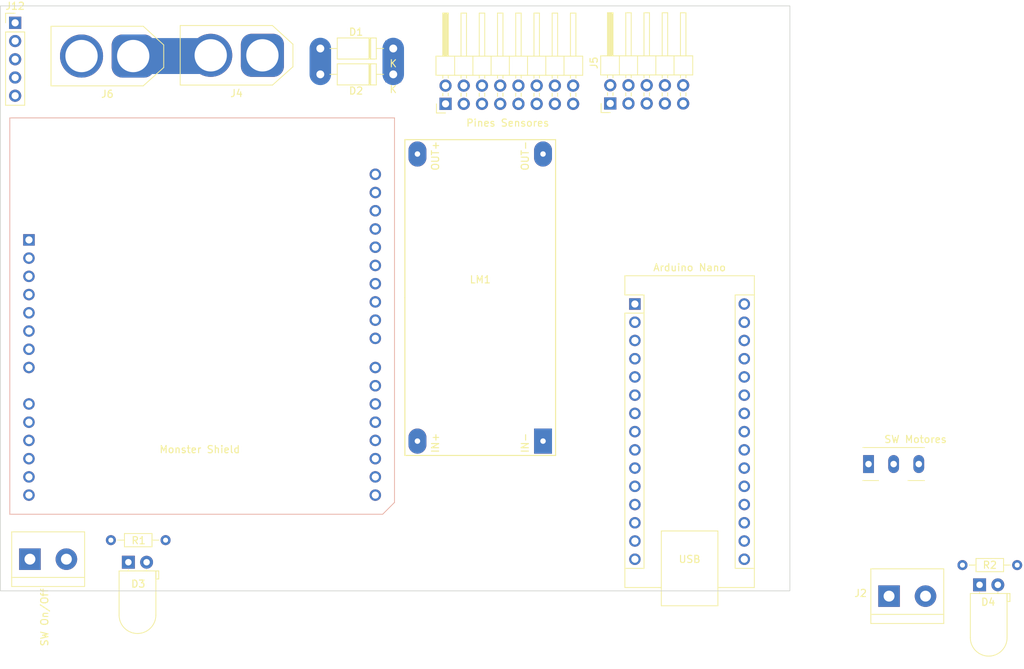
<source format=kicad_pcb>
(kicad_pcb (version 20240108) (generator "pcbnew") (generator_version "8.0")
  (layers (0 "F.Cu" signal) (31 "B.Cu" signal) (34 "B.Paste" user) (35 "F.Paste" user) (36 "B.SilkS" user "B.Silkscreen") (37 "F.SilkS" user "F.Silkscreen") (38 "B.Mask" user) (39 "F.Mask" user) (44 "Edge.Cuts" user))
  (net 0 "")
  (net 1 "AIN2 MONSTER SHIELD")
  (net 3 "ECHO 1")
  (net 5 "ECHO 3")
  (net 9 "ECHO 2")
  (net 10 "GND")
  (net 11 "TRIG 2")
  (net 12 "VIN")
  (net 13 "AIN1 MONSTER SHIELD")
  (net 14 "TRIG 3")
  (net 15 "BIN 2 MONSTER SHIELD")
  (net 16 "TRIG 1")
  (net 17 "BIN 1 MONSTER SHIELD")
  (net 18 "+5V")
  (net 19 "PWM A MONSTER SHIELD")
  (net 20 "PWM B MONSTER SHIELD")
  (net 21 "LED3")
  (net 25 "LED1")
  (net 32 "BTN2")
  (net 33 "LED2")
  (net 36 "BTN1")
  (net 40 "LED4")
  (net 48 "CNY 2")
  (net 50 "Net-(J2-Pin_2)")
  (net 51 "CNY 1")
  (net 52 "Net-(D1-K)")
  (net 53 "MOTORES")
  (net 56 "TRIG 4")
  (net 57 "ECHO 5")
  (net 58 "CNY 3")
  (net 59 "ECHO 4")
  (net 60 "TRIG 5")
  (net 61 "Net-(D3-A)")
  (net 62 "Net-(D4-A)")
  (net 63 "PI+")
  (net 64 "Net-(J4-Pin_2)")
  (footprint "TerminalBlock:TerminalBlock_bornier-2_P5.08mm" (layer "F.Cu") (at 137.91 95.25)
    (property "Reference" "J2" (at -3.96 -0.4 0) (layer "F.SilkS"))
    (property "Value" "Power Monster")
    (fp_line (start -2.54 -3.81) (end -2.54 3.81) (stroke (width 0.12)) (layer "F.SilkS"))
    (fp_line (start -2.54 3.81) (end 7.62 3.81) (stroke (width 0.12)) (layer "F.SilkS"))
    (fp_line (start 7.62 -3.81) (end -2.54 -3.81) (stroke (width 0.12)) (layer "F.SilkS"))
    (fp_line (start 7.62 2.54) (end -2.54 2.54) (stroke (width 0.12)) (layer "F.SilkS"))
    (fp_line (start 7.62 3.81) (end 7.62 -3.81) (stroke (width 0.12)) (layer "F.SilkS"))
    (pad "1" thru_hole rect (at 0 0) (size 3 3) (drill 1.52) (layers "*.Cu" "*.Mask") (net 10 "GND"))
    (pad "2" thru_hole circle (at 5.08 0) (size 3 3) (drill 1.52) (layers "*.Cu" "*.Mask") (net 50 "Net-(J2-Pin_2)"))
  )
  (footprint "LED_THT:LED_D5.0mm_Horizontal_O1.27mm_Z3.0mm" (layer "F.Cu") (at 150.525 93.675)
    (property "Reference" "D4" (at 1.2 2.4 0) (layer "F.SilkS"))
    (property "Value" "LED")
    (fp_line (start -1.29 1.21) (end -1.29 7.37) (stroke (width 0.12)) (layer "F.SilkS"))
    (fp_line (start -1.29 1.21) (end 3.83 1.21) (stroke (width 0.12)) (layer "F.SilkS"))
    (fp_line (start 0 1.08) (end 0 1.08) (stroke (width 0.12)) (layer "F.SilkS"))
    (fp_line (start 0 1.08) (end 0 1.21) (stroke (width 0.12)) (layer "F.SilkS"))
    (fp_line (start 0 1.21) (end 0 1.08) (stroke (width 0.12)) (layer "F.SilkS"))
    (fp_line (start 0 1.21) (end 0 1.21) (stroke (width 0.12)) (layer "F.SilkS"))
    (fp_line (start 2.54 1.08) (end 2.54 1.08) (stroke (width 0.12)) (layer "F.SilkS"))
    (fp_line (start 2.54 1.08) (end 2.54 1.21) (stroke (width 0.12)) (layer "F.SilkS"))
    (fp_line (start 2.54 1.21) (end 2.54 1.08) (stroke (width 0.12)) (layer "F.SilkS"))
    (fp_line (start 2.54 1.21) (end 2.54 1.21) (stroke (width 0.12)) (layer "F.SilkS"))
    (fp_line (start 3.83 1.21) (end 3.83 7.37) (stroke (width 0.12)) (layer "F.SilkS"))
    (fp_line (start 3.83 1.21) (end 4.23 1.21) (stroke (width 0.12)) (layer "F.SilkS"))
    (fp_line (start 3.83 2.33) (end 3.83 1.21) (stroke (width 0.12)) (layer "F.SilkS"))
    (fp_line (start 4.23 1.21) (end 4.23 2.33) (stroke (width 0.12)) (layer "F.SilkS"))
    (fp_line (start 4.23 2.33) (end 3.83 2.33) (stroke (width 0.12)) (layer "F.SilkS"))
    (fp_arc (start 3.83 7.37) (mid 1.27 9.93) (end -1.29 7.37) (stroke (width 0.12)) (layer "F.SilkS"))
    (pad "1" thru_hole rect (at 0 0) (size 1.8 1.8) (drill 0.9) (layers "*.Cu" "*.Mask") (net 10 "GND"))
    (pad "2" thru_hole circle (at 2.54 0) (size 1.8 1.8) (drill 0.9) (layers "*.Cu" "*.Mask") (net 62 "Net-(D4-A)"))
  )
  (footprint "Module:Arduino_Nano" (layer "F.Cu") (at 102.5 54.55)
    (property "Reference" "Arduino Nano" (at 7.62 -5.08 0) (layer "F.SilkS"))
    (property "Value" "Arduino_Nano_v3.x")
    (fp_line (start -1.4 -3.94) (end -1.4 -1.27) (stroke (width 0.12)) (layer "F.SilkS"))
    (fp_line (start -1.4 1.27) (end -1.4 39.5) (stroke (width 0.12)) (layer "F.SilkS"))
    (fp_line (start -1.4 39.5) (end 3.68 39.5) (stroke (width 0.12)) (layer "F.SilkS"))
    (fp_line (start 1.27 -1.27) (end -1.4 -1.27) (stroke (width 0.12)) (layer "F.SilkS"))
    (fp_line (start 1.27 1.27) (end -1.4 1.27) (stroke (width 0.12)) (layer "F.SilkS"))
    (fp_line (start 1.27 1.27) (end 1.27 -1.27) (stroke (width 0.12)) (layer "F.SilkS"))
    (fp_line (start 1.27 1.27) (end 1.27 36.83) (stroke (width 0.12)) (layer "F.SilkS"))
    (fp_line (start 1.27 36.83) (end -1.4 36.83) (stroke (width 0.12)) (layer "F.SilkS"))
    (fp_line (start 3.68 31.62) (end 11.56 31.62) (stroke (width 0.12)) (layer "F.SilkS"))
    (fp_line (start 3.68 42.04) (end 3.68 31.62) (stroke (width 0.12)) (layer "F.SilkS"))
    (fp_line (start 11.56 31.62) (end 11.56 42.04) (stroke (width 0.12)) (layer "F.SilkS"))
    (fp_line (start 11.56 42.04) (end 3.68 42.04) (stroke (width 0.12)) (layer "F.SilkS"))
    (fp_line (start 13.97 -1.27) (end 13.97 36.83) (stroke (width 0.12)) (layer "F.SilkS"))
    (fp_line (start 13.97 -1.27) (end 16.64 -1.27) (stroke (width 0.12)) (layer "F.SilkS"))
    (fp_line (start 13.97 36.83) (end 16.64 36.83) (stroke (width 0.12)) (layer "F.SilkS"))
    (fp_line (start 16.64 -3.94) (end -1.4 -3.94) (stroke (width 0.12)) (layer "F.SilkS"))
    (fp_line (start 16.64 39.5) (end 11.56 39.5) (stroke (width 0.12)) (layer "F.SilkS"))
    (fp_line (start 16.64 39.5) (end 16.64 -3.94) (stroke (width 0.12)) (layer "F.SilkS"))
    (fp_text user "USB" (at 7.62 35.56 0) (layer "F.SilkS"))
    (pad "1" thru_hole rect (at 0 0) (size 1.6 1.6) (drill 1) (layers "*.Cu" "*.Mask"))
    (pad "2" thru_hole oval (at 0 2.54) (size 1.6 1.6) (drill 1) (layers "*.Cu" "*.Mask"))
    (pad "3" thru_hole oval (at 0 5.08) (size 1.6 1.6) (drill 1) (layers "*.Cu" "*.Mask"))
    (pad "4" thru_hole oval (at 0 7.62) (size 1.6 1.6) (drill 1) (layers "*.Cu" "*.Mask") (net 10 "GND"))
    (pad "5" thru_hole oval (at 0 10.16) (size 1.6 1.6) (drill 1) (layers "*.Cu" "*.Mask") (net 15 "BIN 2 MONSTER SHIELD"))
    (pad "6" thru_hole oval (at 0 12.7) (size 1.6 1.6) (drill 1) (layers "*.Cu" "*.Mask") (net 1 "AIN2 MONSTER SHIELD"))
    (pad "7" thru_hole oval (at 0 15.24) (size 1.6 1.6) (drill 1) (layers "*.Cu" "*.Mask") (net 13 "AIN1 MONSTER SHIELD"))
    (pad "8" thru_hole oval (at 0 17.78) (size 1.6 1.6) (drill 1) (layers "*.Cu" "*.Mask") (net 20 "PWM B MONSTER SHIELD"))
    (pad "9" thru_hole oval (at 0 20.32) (size 1.6 1.6) (drill 1) (layers "*.Cu" "*.Mask") (net 19 "PWM A MONSTER SHIELD"))
    (pad "10" thru_hole oval (at 0 22.86) (size 1.6 1.6) (drill 1) (layers "*.Cu" "*.Mask") (net 17 "BIN 1 MONSTER SHIELD"))
    (pad "11" thru_hole oval (at 0 25.4) (size 1.6 1.6) (drill 1) (layers "*.Cu" "*.Mask") (net 11 "TRIG 2"))
    (pad "12" thru_hole oval (at 0 27.94) (size 1.6 1.6) (drill 1) (layers "*.Cu" "*.Mask") (net 9 "ECHO 2"))
    (pad "13" thru_hole oval (at 0 30.48) (size 1.6 1.6) (drill 1) (layers "*.Cu" "*.Mask") (net 16 "TRIG 1"))
    (pad "14" thru_hole oval (at 0 33.02) (size 1.6 1.6) (drill 1) (layers "*.Cu" "*.Mask") (net 3 "ECHO 1"))
    (pad "15" thru_hole oval (at 0 35.56) (size 1.6 1.6) (drill 1) (layers "*.Cu" "*.Mask") (net 5 "ECHO 3"))
    (pad "16" thru_hole oval (at 15.24 35.56) (size 1.6 1.6) (drill 1) (layers "*.Cu" "*.Mask") (net 14 "TRIG 3"))
    (pad "17" thru_hole oval (at 15.24 33.02) (size 1.6 1.6) (drill 1) (layers "*.Cu" "*.Mask"))
    (pad "18" thru_hole oval (at 15.24 30.48) (size 1.6 1.6) (drill 1) (layers "*.Cu" "*.Mask"))
    (pad "19" thru_hole oval (at 15.24 27.94) (size 1.6 1.6) (drill 1) (layers "*.Cu" "*.Mask") (net 51 "CNY 1"))
    (pad "20" thru_hole oval (at 15.24 25.4) (size 1.6 1.6) (drill 1) (layers "*.Cu" "*.Mask") (net 48 "CNY 2"))
    (pad "21" thru_hole oval (at 15.24 22.86) (size 1.6 1.6) (drill 1) (layers "*.Cu" "*.Mask") (net 33 "LED2"))
    (pad "22" thru_hole oval (at 15.24 20.32) (size 1.6 1.6) (drill 1) (layers "*.Cu" "*.Mask") (net 21 "LED3"))
    (pad "23" thru_hole oval (at 15.24 17.78) (size 1.6 1.6) (drill 1) (layers "*.Cu" "*.Mask") (net 40 "LED4"))
    (pad "24" thru_hole oval (at 15.24 15.24) (size 1.6 1.6) (drill 1) (layers "*.Cu" "*.Mask") (net 25 "LED1"))
    (pad "25" thru_hole oval (at 15.24 12.7) (size 1.6 1.6) (drill 1) (layers "*.Cu" "*.Mask") (net 36 "BTN1"))
    (pad "26" thru_hole oval (at 15.24 10.16) (size 1.6 1.6) (drill 1) (layers "*.Cu" "*.Mask") (net 32 "BTN2"))
    (pad "27" thru_hole oval (at 15.24 7.62) (size 1.6 1.6) (drill 1) (layers "*.Cu" "*.Mask") (net 18 "+5V"))
    (pad "28" thru_hole oval (at 15.24 5.08) (size 1.6 1.6) (drill 1) (layers "*.Cu" "*.Mask"))
    (pad "29" thru_hole oval (at 15.24 2.54) (size 1.6 1.6) (drill 1) (layers "*.Cu" "*.Mask") (net 10 "GND"))
    (pad "30" thru_hole oval (at 15.24 0) (size 1.6 1.6) (drill 1) (layers "*.Cu" "*.Mask") (net 12 "VIN"))
  )
  (footprint "Connector_PinHeader_2.54mm:PinHeader_2x08_P2.54mm_Horizontal" (layer "F.Cu") (at 76.115 26.66 90)
    (property "Reference" "Pines Sensores" (at -2.66 8.66 0) (layer "F.SilkS"))
    (property "Value" "Conexion Sensores")
    (fp_line (start 6.64 -1.33) (end 3.98 -1.33) (stroke (width 0.12)) (layer "F.SilkS"))
    (fp_line (start 3.98 -1.33) (end 3.98 19.11) (stroke (width 0.12)) (layer "F.SilkS"))
    (fp_line (start -1.27 -1.27) (end 0 -1.27) (stroke (width 0.12)) (layer "F.SilkS"))
    (fp_line (start 12.64 -0.38) (end 12.64 0.38) (stroke (width 0.12)) (layer "F.SilkS"))
    (fp_line (start 6.64 -0.38) (end 12.64 -0.38) (stroke (width 0.12)) (layer "F.SilkS"))
    (fp_line (start 3.582929 -0.38) (end 3.98 -0.38) (stroke (width 0.12)) (layer "F.SilkS"))
    (fp_line (start 1.11 -0.38) (end 1.497071 -0.38) (stroke (width 0.12)) (layer "F.SilkS"))
    (fp_line (start 6.64 -0.32) (end 12.64 -0.32) (stroke (width 0.12)) (layer "F.SilkS"))
    (fp_line (start 6.64 -0.2) (end 12.64 -0.2) (stroke (width 0.12)) (layer "F.SilkS"))
    (fp_line (start 6.64 -0.08) (end 12.64 -0.08) (stroke (width 0.12)) (layer "F.SilkS"))
    (fp_line (start -1.27 0) (end -1.27 -1.27) (stroke (width 0.12)) (layer "F.SilkS"))
    (fp_line (start 6.64 0.04) (end 12.64 0.04) (stroke (width 0.12)) (layer "F.SilkS"))
    (fp_line (start 6.64 0.16) (end 12.64 0.16) (stroke (width 0.12)) (layer "F.SilkS"))
    (fp_line (start 6.64 0.28) (end 12.64 0.28) (stroke (width 0.12)) (layer "F.SilkS"))
    (fp_line (start 12.64 0.38) (end 6.64 0.38) (stroke (width 0.12)) (layer "F.SilkS"))
    (fp_line (start 3.582929 0.38) (end 3.98 0.38) (stroke (width 0.12)) (layer "F.SilkS"))
    (fp_line (start 1.11 0.38) (end 1.497071 0.38) (stroke (width 0.12)) (layer "F.SilkS"))
    (fp_line (start 3.98 1.27) (end 6.64 1.27) (stroke (width 0.12)) (layer "F.SilkS"))
    (fp_line (start 12.64 2.16) (end 12.64 2.92) (stroke (width 0.12)) (layer "F.SilkS"))
    (fp_line (start 6.64 2.16) (end 12.64 2.16) (stroke (width 0.12)) (layer "F.SilkS"))
    (fp_line (start 3.582929 2.16) (end 3.98 2.16) (stroke (width 0.12)) (layer "F.SilkS"))
    (fp_line (start 1.042929 2.16) (end 1.497071 2.16) (stroke (width 0.12)) (layer "F.SilkS"))
    (fp_line (start 12.64 2.92) (end 6.64 2.92) (stroke (width 0.12)) (layer "F.SilkS"))
    (fp_line (start 3.582929 2.92) (end 3.98 2.92) (stroke (width 0.12)) (layer "F.SilkS"))
    (fp_line (start 1.042929 2.92) (end 1.497071 2.92) (stroke (width 0.12)) (layer "F.SilkS"))
    (fp_line (start 3.98 3.81) (end 6.64 3.81) (stroke (width 0.12)) (layer "F.SilkS"))
    (fp_line (start 12.64 4.7) (end 12.64 5.46) (stroke (width 0.12)) (layer "F.SilkS"))
    (fp_line (start 6.64 4.7) (end 12.64 4.7) (stroke (width 0.12)) (layer "F.SilkS"))
    (fp_line (start 3.582929 4.7) (end 3.98 4.7) (stroke (width 0.12)) (layer "F.SilkS"))
    (fp_line (start 1.042929 4.7) (end 1.497071 4.7) (stroke (width 0.12)) (layer "F.SilkS"))
    (fp_line (start 12.64 5.46) (end 6.64 5.46) (stroke (width 0.12)) (layer "F.SilkS"))
    (fp_line (start 3.582929 5.46) (end 3.98 5.46) (stroke (width 0.12)) (layer "F.SilkS"))
    (fp_line (start 1.042929 5.46) (end 1.497071 5.46) (stroke (width 0.12)) (layer "F.SilkS"))
    (fp_line (start 3.98 6.35) (end 6.64 6.35) (stroke (width 0.12)) (layer "F.SilkS"))
    (fp_line (start 12.64 7.24) (end 12.64 8) (stroke (width 0.12)) (layer "F.SilkS"))
    (fp_line (start 6.64 7.24) (end 12.64 7.24) (stroke (width 0.12)) (layer "F.SilkS"))
    (fp_line (start 3.582929 7.24) (end 3.98 7.24) (stroke (width 0.12)) (layer "F.SilkS"))
    (fp_line (start 1.042929 7.24) (end 1.497071 7.24) (stroke (width 0.12)) (layer "F.SilkS"))
    (fp_line (start 12.64 8) (end 6.64 8) (stroke (width 0.12)) (layer "F.SilkS"))
    (fp_line (start 3.582929 8) (end 3.98 8) (stroke (width 0.12)) (layer "F.SilkS"))
    (fp_line (start 1.042929 8) (end 1.497071 8) (stroke (width 0.12)) (layer "F.SilkS"))
    (fp_line (start 3.98 8.89) (end 6.64 8.89) (stroke (width 0.12)) (layer "F.SilkS"))
    (fp_line (start 12.64 9.78) (end 12.64 10.54) (stroke (width 0.12)) (layer "F.SilkS"))
    (fp_line (start 6.64 9.78) (end 12.64 9.78) (stroke (width 0.12)) (layer "F.SilkS"))
    (fp_line (start 3.582929 9.78) (end 3.98 9.78) (stroke (width 0.12)) (layer "F.SilkS"))
    (fp_line (start 1.042929 9.78) (end 1.497071 9.78) (stroke (width 0.12)) (layer "F.SilkS"))
    (fp_line (start 12.64 10.54) (end 6.64 10.54) (stroke (width 0.12)) (layer "F.SilkS"))
    (fp_line (start 3.582929 10.54) (end 3.98 10.54) (stroke (width 0.12)) (layer "F.SilkS"))
    (fp_line (start 1.042929 10.54) (end 1.497071 10.54) (stroke (width 0.12)) (layer "F.SilkS"))
    (fp_line (start 3.98 11.43) (end 6.64 11.43) (stroke (width 0.12)) (layer "F.SilkS"))
    (fp_line (start 12.64 12.32) (end 12.64 13.08) (stroke (width 0.12)) (layer "F.SilkS"))
    (fp_line (start 6.64 12.32) (end 12.64 12.32) (stroke (width 0.12)) (layer "F.SilkS"))
    (fp_line (start 3.582929 12.32) (end 3.98 12.32) (stroke (width 0.12)) (layer "F.SilkS"))
    (fp_line (start 1.042929 12.32) (end 1.497071 12.32) (stroke (width 0.12)) (layer "F.SilkS"))
    (fp_line (start 12.64 13.08) (end 6.64 13.08) (stroke (width 0.12)) (layer "F.SilkS"))
    (fp_line (start 3.582929 13.08) (end 3.98 13.08) (stroke (width 0.12)) (layer "F.SilkS"))
    (fp_line (start 1.042929 13.08) (end 1.497071 13.08) (stroke (width 0.12)) (layer "F.SilkS"))
    (fp_line (start 3.98 13.97) (end 6.64 13.97) (stroke (width 0.12)) (layer "F.SilkS"))
    (fp_line (start 12.64 14.86) (end 12.64 15.62) (stroke (width 0.12)) (layer "F.SilkS"))
    (fp_line (start 6.64 14.86) (end 12.64 14.86) (stroke (width 0.12)) (layer "F.SilkS"))
    (fp_line (start 3.582929 14.86) (end 3.98 14.86) (stroke (width 0.12)) (layer "F.SilkS"))
    (fp_line (start 1.042929 14.86) (end 1.497071 14.86) (stroke (width 0.12)) (layer "F.SilkS"))
    (fp_line (start 12.64 15.62) (end 6.64 15.62) (stroke (width 0.12)) (layer "F.SilkS"))
    (fp_line (start 3.582929 15.62) (end 3.98 15.62) (stroke (width 0.12)) (layer "F.SilkS"))
    (fp_line (start 1.042929 15.62) (end 1.497071 15.62) (stroke (width 0.12)) (layer "F.SilkS"))
    (fp_line (start 3.98 16.51) (end 6.64 16.51) (stroke (width 0.12)) (layer "F.SilkS"))
    (fp_line (start 12.64 17.4) (end 12.64 18.16) (stroke (width 0.12)) (layer "F.SilkS"))
    (fp_line (start 6.64 17.4) (end 12.64 17.4) (stroke (width 0.12)) (layer "F.SilkS"))
    (fp_line (start 3.582929 17.4) (end 3.98 17.4) (stroke (width 0.12)) (layer "F.SilkS"))
    (fp_line (start 1.042929 17.4) (end 1.497071 17.4) (stroke (width 0.12)) (layer "F.SilkS"))
    (fp_line (start 12.64 18.16) (end 6.64 18.16) (stroke (width 0.12)) (layer "F.SilkS"))
    (fp_line (start 3.582929 18.16) (end 3.98 18.16) (stroke (width 0.12)) (layer "F.SilkS"))
    (fp_line (start 1.042929 18.16) (end 1.497071 18.16) (stroke (width 0.12)) (layer "F.SilkS"))
    (fp_line (start 6.64 19.11) (end 6.64 -1.33) (stroke (width 0.12)) (layer "F.SilkS"))
    (fp_line (start 3.98 19.11) (end 6.64 19.11) (stroke (width 0.12)) (layer "F.SilkS"))
    (pad "1" thru_hole rect (at 0 0 90) (size 1.7 1.7) (drill 1) (layers "*.Cu" "*.Mask") (net 11 "TRIG 2"))
    (pad "2" thru_hole oval (at 2.54 0 90) (size 1.7 1.7) (drill 1) (layers "*.Cu" "*.Mask") (net 5 "ECHO 3"))
    (pad "3" thru_hole oval (at 0 2.54 90) (size 1.7 1.7) (drill 1) (layers "*.Cu" "*.Mask") (net 9 "ECHO 2"))
    (pad "4" thru_hole oval (at 2.54 2.54 90) (size 1.7 1.7) (drill 1) (layers "*.Cu" "*.Mask") (net 14 "TRIG 3"))
    (pad "5" thru_hole oval (at 0 5.08 90) (size 1.7 1.7) (drill 1) (layers "*.Cu" "*.Mask") (net 16 "TRIG 1"))
    (pad "6" thru_hole oval (at 2.54 5.08 90) (size 1.7 1.7) (drill 1) (layers "*.Cu" "*.Mask"))
    (pad "7" thru_hole oval (at 0 7.62 90) (size 1.7 1.7) (drill 1) (layers "*.Cu" "*.Mask") (net 3 "ECHO 1"))
    (pad "8" thru_hole oval (at 2.54 7.62 90) (size 1.7 1.7) (drill 1) (layers "*.Cu" "*.Mask") (net 59 "ECHO 4"))
    (pad "9" thru_hole oval (at 0 10.16 90) (size 1.7 1.7) (drill 1) (layers "*.Cu" "*.Mask") (net 51 "CNY 1"))
    (pad "10" thru_hole oval (at 2.54 10.16 90) (size 1.7 1.7) (drill 1) (layers "*.Cu" "*.Mask") (net 56 "TRIG 4"))
    (pad "11" thru_hole oval (at 0 12.7 90) (size 1.7 1.7) (drill 1) (layers "*.Cu" "*.Mask") (net 48 "CNY 2"))
    (pad "12" thru_hole oval (at 2.54 12.7 90) (size 1.7 1.7) (drill 1) (layers "*.Cu" "*.Mask") (net 57 "ECHO 5"))
    (pad "13" thru_hole oval (at 0 15.24 90) (size 1.7 1.7) (drill 1) (layers "*.Cu" "*.Mask") (net 58 "CNY 3"))
    (pad "14" thru_hole oval (at 2.54 15.24 90) (size 1.7 1.7) (drill 1) (layers "*.Cu" "*.Mask") (net 60 "TRIG 5"))
    (pad "15" thru_hole oval (at 0 17.78 90) (size 1.7 1.7) (drill 1) (layers "*.Cu" "*.Mask") (net 18 "+5V"))
    (pad "16" thru_hole oval (at 2.54 17.78 90) (size 1.7 1.7) (drill 1) (layers "*.Cu" "*.Mask") (net 10 "GND"))
  )
  (footprint "Connector_AMASS:AMASS_XT60-M_1x02_P7.20mm_Vertical" (layer "F.Cu") (at 50.6 19.9 180)
    (property "Reference" "J4" (at 3.6 -5.3 180) (layer "F.SilkS"))
    (property "Value" "Power Input 2")
    (fp_line (start 11.45 4.15) (end 11.45 -4.15) (stroke (width 0.12)) (layer "F.SilkS"))
    (fp_line (start 11.45 -4.15) (end -1.4 -4.15) (stroke (width 0.12)) (layer "F.SilkS"))
    (fp_line (start -1.4 4.15) (end 11.45 4.15) (stroke (width 0.12)) (layer "F.SilkS"))
    (fp_line (start -1.4 -4.15) (end -4.25 -1.6) (stroke (width 0.12)) (layer "F.SilkS"))
    (fp_line (start -4.25 1.55) (end -1.4 4.15) (stroke (width 0.12)) (layer "F.SilkS"))
    (fp_line (start -4.25 -1.6) (end -4.25 1.55) (stroke (width 0.12)) (layer "F.SilkS"))
    (pad "1" thru_hole roundrect (at 0 0 180) (size 6 6) (drill 4.5) (layers "*.Cu" "*.Mask") (net 10 "GND"))
    (pad "2" thru_hole circle (at 7.2 0 180) (size 6 6) (drill 4.5) (layers "*.Cu" "*.Mask") (net 64 "Net-(J4-Pin_2)"))
  )
  (footprint "LM2596:LM2596_correctedMeas" (layer "F.Cu") (at 80.95 53.65 180)
    (property "Reference" "LM1" (at 0 2.5 180) (layer "F.SilkS"))
    (property "Value" "LM2596_OK")
    (fp_line (start 10.5 22) (end 10.5 0) (stroke (width 0.15)) (layer "F.SilkS"))
    (fp_line (start 10.5 0) (end 10.5 -22) (stroke (width 0.15)) (layer "F.SilkS"))
    (fp_line (start 10.5 -22) (end -10.5 -22) (stroke (width 0.15)) (layer "F.SilkS"))
    (fp_line (start -10.5 22) (end 10.5 22) (stroke (width 0.15)) (layer "F.SilkS"))
    (fp_line (start -10.5 -22) (end -10.5 22) (stroke (width 0.15)) (layer "F.SilkS"))
    (fp_text user "OUT-" (at -6.25 19.75 -90) (layer "F.SilkS"))
    (fp_text user "OUT+" (at 6.25 19.75 -90) (layer "F.SilkS"))
    (fp_text user "IN-" (at -6.25 -20.25 -90) (layer "F.SilkS"))
    (fp_text user "IN+" (at 6.25 -20.25 -90) (layer "F.SilkS"))
    (pad "1" thru_hole rect (at -8.75 -20 180) (size 2.5 3.5) (drill 0.762) (layers "*.Cu" "*.Mask") (net 10 "GND"))
    (pad "2" thru_hole oval (at 8.75 -20 180) (size 2.5 3.5) (drill 0.762) (layers "*.Cu" "*.Mask") (net 53 "MOTORES"))
    (pad "3" thru_hole oval (at -8.75 20 180) (size 2.5 3.5) (drill 0.762) (layers "*.Cu" "*.Mask") (net 10 "GND"))
    (pad "4" thru_hole oval (at 8.75 20 180) (size 2.5 3.5) (drill 0.762) (layers "*.Cu" "*.Mask") (net 12 "VIN"))
  )
  (footprint "Button_Switch_THT:SW_Slide_SPDT_Angled_CK_OS102011MA1Q" (layer "F.Cu") (at 136.55 76.85)
    (property "Reference" "SW Motores" (at 5.05 -3.45 0) (layer "F.SilkS"))
    (property "Value" "On/Off Motores")
    (fp_line (start -2.3 -2.3) (end 6.3 -2.3) (stroke (width 0.12)) (layer "F.SilkS"))
    (fp_line (start -2.3 2.3) (end -0.1 2.3) (stroke (width 0.12)) (layer "F.SilkS"))
    (fp_line (start 4 2.3) (end 6.3 2.3) (stroke (width 0.12)) (layer "F.SilkS"))
    (pad "1" thru_hole rect (at -1.5 0) (size 1.5 2.5) (drill 0.9) (layers "*.Cu" "*.Mask") (net 50 "Net-(J2-Pin_2)"))
    (pad "2" thru_hole oval (at 2 0) (size 1.5 2.5) (drill 0.9) (layers "*.Cu" "*.Mask") (net 53 "MOTORES"))
    (pad "3" thru_hole oval (at 5.5 0) (size 1.5 2.5) (drill 0.9) (layers "*.Cu" "*.Mask"))
  )
  (footprint "Resistor_THT:R_Axial_DIN0204_L3.6mm_D1.6mm_P7.62mm_Horizontal" (layer "F.Cu") (at 29.49 87.45)
    (property "Reference" "R1" (at 3.86 0.05 0) (layer "F.SilkS"))
    (property "Value" "220")
    (fp_line (start 0.94 0) (end 1.89 0) (stroke (width 0.12)) (layer "F.SilkS"))
    (fp_line (start 1.89 -0.92) (end 1.89 0.92) (stroke (width 0.12)) (layer "F.SilkS"))
    (fp_line (start 1.89 0.92) (end 5.73 0.92) (stroke (width 0.12)) (layer "F.SilkS"))
    (fp_line (start 5.73 -0.92) (end 1.89 -0.92) (stroke (width 0.12)) (layer "F.SilkS"))
    (fp_line (start 5.73 0.92) (end 5.73 -0.92) (stroke (width 0.12)) (layer "F.SilkS"))
    (fp_line (start 6.68 0) (end 5.73 0) (stroke (width 0.12)) (layer "F.SilkS"))
    (pad "1" thru_hole circle (at 0 0) (size 1.4 1.4) (drill 0.7) (layers "*.Cu" "*.Mask") (net 53 "MOTORES"))
    (pad "2" thru_hole oval (at 7.62 0) (size 1.4 1.4) (drill 0.7) (layers "*.Cu" "*.Mask") (net 61 "Net-(D3-A)"))
  )
  (footprint "Diode_THT:D_DO-41_SOD81_P10.16mm_Horizontal" (layer "F.Cu") (at 68.83 18.95 180)
    (property "Reference" "D1" (at 5.18 2.3 0) (layer "F.SilkS"))
    (property "Value" "1N4007")
    (fp_line (start 8.82 0) (end 7.8 0) (stroke (width 0.12)) (layer "F.SilkS"))
    (fp_line (start 7.8 1.47) (end 7.8 -1.47) (stroke (width 0.12)) (layer "F.SilkS"))
    (fp_line (start 7.8 -1.47) (end 2.36 -1.47) (stroke (width 0.12)) (layer "F.SilkS"))
    (fp_line (start 3.38 -1.47) (end 3.38 1.47) (stroke (width 0.12)) (layer "F.SilkS"))
    (fp_line (start 3.26 -1.47) (end 3.26 1.47) (stroke (width 0.12)) (layer "F.SilkS"))
    (fp_line (start 3.14 -1.47) (end 3.14 1.47) (stroke (width 0.12)) (layer "F.SilkS"))
    (fp_line (start 2.36 1.47) (end 7.8 1.47) (stroke (width 0.12)) (layer "F.SilkS"))
    (fp_line (start 2.36 -1.47) (end 2.36 1.47) (stroke (width 0.12)) (layer "F.SilkS"))
    (fp_line (start 1.34 0) (end 2.36 0) (stroke (width 0.12)) (layer "F.SilkS"))
    (fp_text user "K" (at 0 -2.1 180) (layer "F.SilkS"))
    (pad "1" thru_hole rect (at 0 0 180) (size 2.2 2.2) (drill 1.1) (layers "*.Cu" "*.Mask") (net 52 "Net-(D1-K)"))
    (pad "2" thru_hole oval (at 10.16 0 180) (size 2.2 2.2) (drill 1.1) (layers "*.Cu" "*.Mask") (net 63 "PI+"))
  )
  (footprint "Connector_PinHeader_2.54mm:PinHeader_2x05_P2.54mm_Horizontal" (layer "F.Cu") (at 99.065 26.61 90)
    (property "Reference" "J5" (at 5.655 -2.27 -90) (layer "F.SilkS"))
    (property "Value" "IDC Placa Botones")
    (fp_line (start 6.64 -1.33) (end 3.98 -1.33) (stroke (width 0.12)) (layer "F.SilkS"))
    (fp_line (start 3.98 -1.33) (end 3.98 11.49) (stroke (width 0.12)) (layer "F.SilkS"))
    (fp_line (start -1.27 -1.27) (end 0 -1.27) (stroke (width 0.12)) (layer "F.SilkS"))
    (fp_line (start 12.64 -0.38) (end 12.64 0.38) (stroke (width 0.12)) (layer "F.SilkS"))
    (fp_line (start 6.64 -0.38) (end 12.64 -0.38) (stroke (width 0.12)) (layer "F.SilkS"))
    (fp_line (start 3.582929 -0.38) (end 3.98 -0.38) (stroke (width 0.12)) (layer "F.SilkS"))
    (fp_line (start 1.11 -0.38) (end 1.497071 -0.38) (stroke (width 0.12)) (layer "F.SilkS"))
    (fp_line (start 6.64 -0.32) (end 12.64 -0.32) (stroke (width 0.12)) (layer "F.SilkS"))
    (fp_line (start 6.64 -0.2) (end 12.64 -0.2) (stroke (width 0.12)) (layer "F.SilkS"))
    (fp_line (start 6.64 -0.08) (end 12.64 -0.08) (stroke (width 0.12)) (layer "F.SilkS"))
    (fp_line (start -1.27 0) (end -1.27 -1.27) (stroke (width 0.12)) (layer "F.SilkS"))
    (fp_line (start 6.64 0.04) (end 12.64 0.04) (stroke (width 0.12)) (layer "F.SilkS"))
    (fp_line (start 6.64 0.16) (end 12.64 0.16) (stroke (width 0.12)) (layer "F.SilkS"))
    (fp_line (start 6.64 0.28) (end 12.64 0.28) (stroke (width 0.12)) (layer "F.SilkS"))
    (fp_line (start 12.64 0.38) (end 6.64 0.38) (stroke (width 0.12)) (layer "F.SilkS"))
    (fp_line (start 3.582929 0.38) (end 3.98 0.38) (stroke (width 0.12)) (layer "F.SilkS"))
    (fp_line (start 1.11 0.38) (end 1.497071 0.38) (stroke (width 0.12)) (layer "F.SilkS"))
    (fp_line (start 3.98 1.27) (end 6.64 1.27) (stroke (width 0.12)) (layer "F.SilkS"))
    (fp_line (start 12.64 2.16) (end 12.64 2.92) (stroke (width 0.12)) (layer "F.SilkS"))
    (fp_line (start 6.64 2.16) (end 12.64 2.16) (stroke (width 0.12)) (layer "F.SilkS"))
    (fp_line (start 3.582929 2.16) (end 3.98 2.16) (stroke (width 0.12)) (layer "F.SilkS"))
    (fp_line (start 1.042929 2.16) (end 1.497071 2.16) (stroke (width 0.12)) (layer "F.SilkS"))
    (fp_line (start 12.64 2.92) (end 6.64 2.92) (stroke (width 0.12)) (layer "F.SilkS"))
    (fp_line (start 3.582929 2.92) (end 3.98 2.92) (stroke (width 0.12)) (layer "F.SilkS"))
    (fp_line (start 1.042929 2.92) (end 1.497071 2.92) (stroke (width 0.12)) (layer "F.SilkS"))
    (fp_line (start 3.98 3.81) (end 6.64 3.81) (stroke (width 0.12)) (layer "F.SilkS"))
    (fp_line (start 12.64 4.7) (end 12.64 5.46) (stroke (width 0.12)) (layer "F.SilkS"))
    (fp_line (start 6.64 4.7) (end 12.64 4.7) (stroke (width 0.12)) (layer "F.SilkS"))
    (fp_line (start 3.582929 4.7) (end 3.98 4.7) (stroke (width 0.12)) (layer "F.SilkS"))
    (fp_line (start 1.042929 4.7) (end 1.497071 4.7) (stroke (width 0.12)) (layer "F.SilkS"))
    (fp_line (start 12.64 5.46) (end 6.64 5.46) (stroke (width 0.12)) (layer "F.SilkS"))
    (fp_line (start 3.582929 5.46) (end 3.98 5.46) (stroke (width 0.12)) (layer "F.SilkS"))
    (fp_line (start 1.042929 5.46) (end 1.497071 5.46) (stroke (width 0.12)) (layer "F.SilkS"))
    (fp_line (start 3.98 6.35) (end 6.64 6.35) (stroke (width 0.12)) (layer "F.SilkS"))
    (fp_line (start 12.64 7.24) (end 12.64 8) (stroke (width 0.12)) (layer "F.SilkS"))
    (fp_line (start 6.64 7.24) (end 12.64 7.24) (stroke (width 0.12)) (layer "F.SilkS"))
    (fp_line (start 3.582929 7.24) (end 3.98 7.24) (stroke (width 0.12)) (layer "F.SilkS"))
    (fp_line (start 1.042929 7.24) (end 1.497071 7.24) (stroke (width 0.12)) (layer "F.SilkS"))
    (fp_line (start 12.64 8) (end 6.64 8) (stroke (width 0.12)) (layer "F.SilkS"))
    (fp_line (start 3.582929 8) (end 3.98 8) (stroke (width 0.12)) (layer "F.SilkS"))
    (fp_line (start 1.042929 8) (end 1.497071 8) (stroke (width 0.12)) (layer "F.SilkS"))
    (fp_line (start 3.98 8.89) (end 6.64 8.89) (stroke (width 0.12)) (layer "F.SilkS"))
    (fp_line (start 12.64 9.78) (end 12.64 10.54) (stroke (width 0.12)) (layer "F.SilkS"))
    (fp_line (start 6.64 9.78) (end 12.64 9.78) (stroke (width 0.12)) (layer "F.SilkS"))
    (fp_line (start 3.582929 9.78) (end 3.98 9.78) (stroke (width 0.12)) (layer "F.SilkS"))
    (fp_line (start 1.042929 9.78) (end 1.497071 9.78) (stroke (width 0.12)) (layer "F.SilkS"))
    (fp_line (start 12.64 10.54) (end 6.64 10.54) (stroke (width 0.12)) (layer "F.SilkS"))
    (fp_line (start 3.582929 10.54) (end 3.98 10.54) (stroke (width 0.12)) (layer "F.SilkS"))
    (fp_line (start 1.042929 10.54) (end 1.497071 10.54) (stroke (width 0.12)) (layer "F.SilkS"))
    (fp_line (start 6.64 11.49) (end 6.64 -1.33) (stroke (width 0.12)) (layer "F.SilkS"))
    (fp_line (start 3.98 11.49) (end 6.64 11.49) (stroke (width 0.12)) (layer "F.SilkS"))
    (pad "1" thru_hole rect (at 0 0 90) (size 1.7 1.7) (drill 1) (layers "*.Cu" "*.Mask") (net 10 "GND"))
    (pad "2" thru_hole oval (at 2.54 0 90) (size 1.7 1.7) (drill 1) (layers "*.Cu" "*.Mask") (net 33 "LED2"))
    (pad "3" thru_hole oval (at 0 2.54 90) (size 1.7 1.7) (drill 1) (layers "*.Cu" "*.Mask") (net 32 "BTN2"))
    (pad "4" thru_hole oval (at 2.54 2.54 90) (size 1.7 1.7) (drill 1) (layers "*.Cu" "*.Mask") (net 21 "LED3"))
    (pad "5" thru_hole oval (at 0 5.08 90) (size 1.7 1.7) (drill 1) (layers "*.Cu" "*.Mask") (net 36 "BTN1"))
    (pad "6" thru_hole oval (at 2.54 5.08 90) (size 1.7 1.7) (drill 1) (layers "*.Cu" "*.Mask") (net 40 "LED4"))
    (pad "7" thru_hole oval (at 0 7.62 90) (size 1.7 1.7) (drill 1) (layers "*.Cu" "*.Mask") (net 25 "LED1"))
    (pad "8" thru_hole oval (at 2.54 7.62 90) (size 1.7 1.7) (drill 1) (layers "*.Cu" "*.Mask"))
    (pad "9" thru_hole oval (at 0 10.16 90) (size 1.7 1.7) (drill 1) (layers "*.Cu" "*.Mask"))
    (pad "10" thru_hole oval (at 2.54 10.16 90) (size 1.7 1.7) (drill 1) (layers "*.Cu" "*.Mask"))
  )
  (footprint "LED_THT:LED_D5.0mm_Horizontal_O1.27mm_Z3.0mm" (layer "F.Cu") (at 31.925 90.525)
    (property "Reference" "D3" (at 1.375 3.025 0) (layer "F.SilkS"))
    (property "Value" "LED")
    (fp_line (start -1.29 1.21) (end -1.29 7.37) (stroke (width 0.12)) (layer "F.SilkS"))
    (fp_line (start -1.29 1.21) (end 3.83 1.21) (stroke (width 0.12)) (layer "F.SilkS"))
    (fp_line (start 0 1.08) (end 0 1.08) (stroke (width 0.12)) (layer "F.SilkS"))
    (fp_line (start 0 1.08) (end 0 1.21) (stroke (width 0.12)) (layer "F.SilkS"))
    (fp_line (start 0 1.21) (end 0 1.08) (stroke (width 0.12)) (layer "F.SilkS"))
    (fp_line (start 0 1.21) (end 0 1.21) (stroke (width 0.12)) (layer "F.SilkS"))
    (fp_line (start 2.54 1.08) (end 2.54 1.08) (stroke (width 0.12)) (layer "F.SilkS"))
    (fp_line (start 2.54 1.08) (end 2.54 1.21) (stroke (width 0.12)) (layer "F.SilkS"))
    (fp_line (start 2.54 1.21) (end 2.54 1.08) (stroke (width 0.12)) (layer "F.SilkS"))
    (fp_line (start 2.54 1.21) (end 2.54 1.21) (stroke (width 0.12)) (layer "F.SilkS"))
    (fp_line (start 3.83 1.21) (end 3.83 7.37) (stroke (width 0.12)) (layer "F.SilkS"))
    (fp_line (start 3.83 1.21) (end 4.23 1.21) (stroke (width 0.12)) (layer "F.SilkS"))
    (fp_line (start 3.83 2.33) (end 3.83 1.21) (stroke (width 0.12)) (layer "F.SilkS"))
    (fp_line (start 4.23 1.21) (end 4.23 2.33) (stroke (width 0.12)) (layer "F.SilkS"))
    (fp_line (start 4.23 2.33) (end 3.83 2.33) (stroke (width 0.12)) (layer "F.SilkS"))
    (fp_arc (start 3.83 7.37) (mid 1.27 9.93) (end -1.29 7.37) (stroke (width 0.12)) (layer "F.SilkS"))
    (pad "1" thru_hole rect (at 0 0) (size 1.8 1.8) (drill 0.9) (layers "*.Cu" "*.Mask") (net 10 "GND"))
    (pad "2" thru_hole circle (at 2.54 0) (size 1.8 1.8) (drill 0.9) (layers "*.Cu" "*.Mask") (net 61 "Net-(D3-A)"))
  )
  (footprint "Diode_THT:D_DO-41_SOD81_P10.16mm_Horizontal" (layer "F.Cu") (at 68.83 22.55 180)
    (property "Reference" "D2" (at 5.18 -2.3 0) (layer "F.SilkS"))
    (property "Value" "1N4007")
    (fp_line (start 8.82 0) (end 7.8 0) (stroke (width 0.12)) (layer "F.SilkS"))
    (fp_line (start 7.8 1.47) (end 7.8 -1.47) (stroke (width 0.12)) (layer "F.SilkS"))
    (fp_line (start 7.8 -1.47) (end 2.36 -1.47) (stroke (width 0.12)) (layer "F.SilkS"))
    (fp_line (start 3.38 -1.47) (end 3.38 1.47) (stroke (width 0.12)) (layer "F.SilkS"))
    (fp_line (start 3.26 -1.47) (end 3.26 1.47) (stroke (width 0.12)) (layer "F.SilkS"))
    (fp_line (start 3.14 -1.47) (end 3.14 1.47) (stroke (width 0.12)) (layer "F.SilkS"))
    (fp_line (start 2.36 1.47) (end 7.8 1.47) (stroke (width 0.12)) (layer "F.SilkS"))
    (fp_line (start 2.36 -1.47) (end 2.36 1.47) (stroke (width 0.12)) (layer "F.SilkS"))
    (fp_line (start 1.34 0) (end 2.36 0) (stroke (width 0.12)) (layer "F.SilkS"))
    (fp_text user "K" (at 0 -2.1 180) (layer "F.SilkS"))
    (pad "1" thru_hole rect (at 0 0 180) (size 2.2 2.2) (drill 1.1) (layers "*.Cu" "*.Mask") (net 52 "Net-(D1-K)"))
    (pad "2" thru_hole oval (at 10.16 0 180) (size 2.2 2.2) (drill 1.1) (layers "*.Cu" "*.Mask") (net 63 "PI+"))
  )
  (footprint "Connector_PinHeader_2.54mm:PinHeader_1x05_P2.54mm_Vertical" (layer "F.Cu") (at 16.15 15.37)
    (property "Reference" "J12" (at 0 -2.33 360) (layer "F.SilkS"))
    (property "Value" "TP")
    (fp_line (start -1.33 -1.33) (end 0 -1.33) (stroke (width 0.12)) (layer "F.SilkS"))
    (fp_line (start -1.33 0) (end -1.33 -1.33) (stroke (width 0.12)) (layer "F.SilkS"))
    (fp_line (start -1.33 1.27) (end -1.33 11.49) (stroke (width 0.12)) (layer "F.SilkS"))
    (fp_line (start -1.33 1.27) (end 1.33 1.27) (stroke (width 0.12)) (layer "F.SilkS"))
    (fp_line (start -1.33 11.49) (end 1.33 11.49) (stroke (width 0.12)) (layer "F.SilkS"))
    (fp_line (start 1.33 1.27) (end 1.33 11.49) (stroke (width 0.12)) (layer "F.SilkS"))
    (pad "1" thru_hole rect (at 0 0) (size 1.7 1.7) (drill 1) (layers "*.Cu" "*.Mask") (net 10 "GND"))
    (pad "2" thru_hole oval (at 0 2.54) (size 1.7 1.7) (drill 1) (layers "*.Cu" "*.Mask"))
    (pad "3" thru_hole oval (at 0 5.08) (size 1.7 1.7) (drill 1) (layers "*.Cu" "*.Mask") (net 63 "PI+"))
    (pad "4" thru_hole oval (at 0 7.62) (size 1.7 1.7) (drill 1) (layers "*.Cu" "*.Mask") (net 18 "+5V"))
    (pad "5" thru_hole oval (at 0 10.16) (size 1.7 1.7) (drill 1) (layers "*.Cu" "*.Mask") (net 12 "VIN"))
  )
  (footprint "Connector_AMASS:AMASS_XT60-M_1x02_P7.20mm_Vertical" (layer "F.Cu") (at 32.6 20 180)
    (property "Reference" "J6" (at 3.6 -5.3 180) (layer "F.SilkS"))
    (property "Value" "Power Input 1")
    (fp_line (start 11.45 4.15) (end 11.45 -4.15) (stroke (width 0.12)) (layer "F.SilkS"))
    (fp_line (start 11.45 -4.15) (end -1.4 -4.15) (stroke (width 0.12)) (layer "F.SilkS"))
    (fp_line (start -1.4 4.15) (end 11.45 4.15) (stroke (width 0.12)) (layer "F.SilkS"))
    (fp_line (start -1.4 -4.15) (end -4.25 -1.6) (stroke (width 0.12)) (layer "F.SilkS"))
    (fp_line (start -4.25 1.55) (end -1.4 4.15) (stroke (width 0.12)) (layer "F.SilkS"))
    (fp_line (start -4.25 -1.6) (end -4.25 1.55) (stroke (width 0.12)) (layer "F.SilkS"))
    (pad "1" thru_hole roundrect (at 0 0 180) (size 6 6) (drill 4.5) (layers "*.Cu" "*.Mask") (net 64 "Net-(J4-Pin_2)"))
    (pad "2" thru_hole circle (at 7.2 0 180) (size 6 6) (drill 4.5) (layers "*.Cu" "*.Mask") (net 63 "PI+"))
  )
  (footprint "TerminalBlock:TerminalBlock_bornier-2_P5.08mm" (layer "F.Cu") (at 18.21 90.1)
    (property "Reference" "SW On/Off" (at 2.04 8.1 90) (layer "F.SilkS"))
    (property "Value" "On/Off General")
    (fp_line (start -2.54 -3.81) (end -2.54 3.81) (stroke (width 0.12)) (layer "F.SilkS"))
    (fp_line (start -2.54 3.81) (end 7.62 3.81) (stroke (width 0.12)) (layer "F.SilkS"))
    (fp_line (start 7.62 -3.81) (end -2.54 -3.81) (stroke (width 0.12)) (layer "F.SilkS"))
    (fp_line (start 7.62 2.54) (end -2.54 2.54) (stroke (width 0.12)) (layer "F.SilkS"))
    (fp_line (start 7.62 3.81) (end 7.62 -3.81) (stroke (width 0.12)) (layer "F.SilkS"))
    (pad "1" thru_hole rect (at 0 0) (size 3 3) (drill 1.52) (layers "*.Cu" "*.Mask") (net 53 "MOTORES"))
    (pad "2" thru_hole circle (at 5.08 0) (size 3 3) (drill 1.52) (layers "*.Cu" "*.Mask") (net 52 "Net-(D1-K)"))
  )
  (footprint "Resistor_THT:R_Axial_DIN0204_L3.6mm_D1.6mm_P7.62mm_Horizontal" (layer "F.Cu") (at 155.76 90.925 180)
    (property "Reference" "R2" (at 3.81 0 180) (layer "F.SilkS"))
    (property "Value" "220")
    (fp_line (start 6.68 0) (end 5.73 0) (stroke (width 0.12)) (layer "F.SilkS"))
    (fp_line (start 5.73 0.92) (end 5.73 -0.92) (stroke (width 0.12)) (layer "F.SilkS"))
    (fp_line (start 5.73 -0.92) (end 1.89 -0.92) (stroke (width 0.12)) (layer "F.SilkS"))
    (fp_line (start 1.89 0.92) (end 5.73 0.92) (stroke (width 0.12)) (layer "F.SilkS"))
    (fp_line (start 1.89 -0.92) (end 1.89 0.92) (stroke (width 0.12)) (layer "F.SilkS"))
    (fp_line (start 0.94 0) (end 1.89 0) (stroke (width 0.12)) (layer "F.SilkS"))
    (pad "1" thru_hole circle (at 0 0 180) (size 1.4 1.4) (drill 0.7) (layers "*.Cu" "*.Mask") (net 50 "Net-(J2-Pin_2)"))
    (pad "2" thru_hole oval (at 7.62 0 180) (size 1.4 1.4) (drill 0.7) (layers "*.Cu" "*.Mask") (net 62 "Net-(D4-A)"))
  )
  (footprint "Module:Arduino_UNO_R3" (layer "B.Cu") (at 18.075 45.615 -90)
    (property "Reference" "Monster Shield" (at 29.2 -23.8 0) (layer "F.SilkS"))
    (property "Value" "MONSTER SHIELD")
    (fp_line (start -17 2.67) (end 38.23 2.67) (stroke (width 0.12)) (layer "B.SilkS"))
    (fp_line (start 38.23 2.67) (end 38.23 -49.28) (stroke (width 0.12)) (layer "B.SilkS"))
    (fp_line (start 38.23 -49.28) (end 36.58 -50.93) (stroke (width 0.12)) (layer "B.SilkS"))
    (fp_line (start -17 -50.93) (end -17 2.67) (stroke (width 0.12)) (layer "B.SilkS"))
    (fp_line (start 36.58 -50.93) (end -17 -50.93) (stroke (width 0.12)) (layer "B.SilkS"))
    (pad "1" thru_hole rect (at 0 0 180) (size 1.6 1.6) (drill 1) (layers "*.Cu" "*.Mask"))
    (pad "2" thru_hole oval (at 2.54 0 180) (size 1.6 1.6) (drill 1) (layers "*.Cu" "*.Mask"))
    (pad "3" thru_hole oval (at 5.08 0 180) (size 1.6 1.6) (drill 1) (layers "*.Cu" "*.Mask"))
    (pad "4" thru_hole oval (at 7.62 0 180) (size 1.6 1.6) (drill 1) (layers "*.Cu" "*.Mask"))
    (pad "5" thru_hole oval (at 10.16 0 180) (size 1.6 1.6) (drill 1) (layers "*.Cu" "*.Mask") (net 18 "+5V"))
    (pad "6" thru_hole oval (at 12.7 0 180) (size 1.6 1.6) (drill 1) (layers "*.Cu" "*.Mask") (net 10 "GND"))
    (pad "7" thru_hole oval (at 15.24 0 180) (size 1.6 1.6) (drill 1) (layers "*.Cu" "*.Mask") (net 10 "GND"))
    (pad "8" thru_hole oval (at 17.78 0 180) (size 1.6 1.6) (drill 1) (layers "*.Cu" "*.Mask") (net 12 "VIN"))
    (pad "9" thru_hole oval (at 22.86 0 180) (size 1.6 1.6) (drill 1) (layers "*.Cu" "*.Mask") (net 18 "+5V"))
    (pad "10" thru_hole oval (at 25.4 0 180) (size 1.6 1.6) (drill 1) (layers "*.Cu" "*.Mask") (net 18 "+5V"))
    (pad "11" thru_hole oval (at 27.94 0 180) (size 1.6 1.6) (drill 1) (layers "*.Cu" "*.Mask"))
    (pad "12" thru_hole oval (at 30.48 0 180) (size 1.6 1.6) (drill 1) (layers "*.Cu" "*.Mask"))
    (pad "13" thru_hole oval (at 33.02 0 180) (size 1.6 1.6) (drill 1) (layers "*.Cu" "*.Mask"))
    (pad "14" thru_hole oval (at 35.56 0 180) (size 1.6 1.6) (drill 1) (layers "*.Cu" "*.Mask"))
    (pad "15" thru_hole oval (at 35.56 -48.26 180) (size 1.6 1.6) (drill 1) (layers "*.Cu" "*.Mask"))
    (pad "16" thru_hole oval (at 33.02 -48.26 180) (size 1.6 1.6) (drill 1) (layers "*.Cu" "*.Mask"))
    (pad "17" thru_hole oval (at 30.48 -48.26 180) (size 1.6 1.6) (drill 1) (layers "*.Cu" "*.Mask"))
    (pad "18" thru_hole oval (at 27.94 -48.26 180) (size 1.6 1.6) (drill 1) (layers "*.Cu" "*.Mask"))
    (pad "19" thru_hole oval (at 25.4 -48.26 180) (size 1.6 1.6) (drill 1) (layers "*.Cu" "*.Mask") (net 17 "BIN 1 MONSTER SHIELD"))
    (pad "20" thru_hole oval (at 22.86 -48.26 180) (size 1.6 1.6) (drill 1) (layers "*.Cu" "*.Mask") (net 19 "PWM A MONSTER SHIELD"))
    (pad "21" thru_hole oval (at 20.32 -48.26 180) (size 1.6 1.6) (drill 1) (layers "*.Cu" "*.Mask") (net 20 "PWM B MONSTER SHIELD"))
    (pad "22" thru_hole oval (at 17.78 -48.26 180) (size 1.6 1.6) (drill 1) (layers "*.Cu" "*.Mask") (net 13 "AIN1 MONSTER SHIELD"))
    (pad "23" thru_hole oval (at 13.72 -48.26 180) (size 1.6 1.6) (drill 1) (layers "*.Cu" "*.Mask") (net 1 "AIN2 MONSTER SHIELD"))
    (pad "24" thru_hole oval (at 11.18 -48.26 180) (size 1.6 1.6) (drill 1) (layers "*.Cu" "*.Mask") (net 15 "BIN 2 MONSTER SHIELD"))
    (pad "25" thru_hole oval (at 8.64 -48.26 180) (size 1.6 1.6) (drill 1) (layers "*.Cu" "*.Mask"))
    (pad "26" thru_hole oval (at 6.1 -48.26 180) (size 1.6 1.6) (drill 1) (layers "*.Cu" "*.Mask"))
    (pad "27" thru_hole oval (at 3.56 -48.26 180) (size 1.6 1.6) (drill 1) (layers "*.Cu" "*.Mask"))
    (pad "28" thru_hole oval (at 1.02 -48.26 180) (size 1.6 1.6) (drill 1) (layers "*.Cu" "*.Mask"))
    (pad "29" thru_hole oval (at -1.52 -48.26 180) (size 1.6 1.6) (drill 1) (layers "*.Cu" "*.Mask") (net 10 "GND"))
    (pad "30" thru_hole oval (at -4.06 -48.26 180) (size 1.6 1.6) (drill 1) (layers "*.Cu" "*.Mask"))
    (pad "31" thru_hole oval (at -6.6 -48.26 180) (size 1.6 1.6) (drill 1) (layers "*.Cu" "*.Mask"))
    (pad "32" thru_hole oval (at -9.14 -48.26 180) (size 1.6 1.6) (drill 1) (layers "*.Cu" "*.Mask"))
  )
  (gr_rect (start 14.09 13.01) (end 124.09 94.51) (stroke (width 0.1)) (fill none) (layer "Edge.Cuts"))
  (segment (start 68.83 18.95) (end 68.83 22.55) (width 3) (layer "B.Cu") (net 52))
  (segment (start 58.67 18.95) (end 58.67 22.55) (width 3) (layer "B.Cu") (net 63))
  (segment (start 32.6 20) (end 43.3 20) (width 5) (layer "B.Cu") (net 64))
  (segment (start 43.3 20) (end 43.4 19.9) (width 1) (layer "B.Cu") (net 64))
)
</source>
